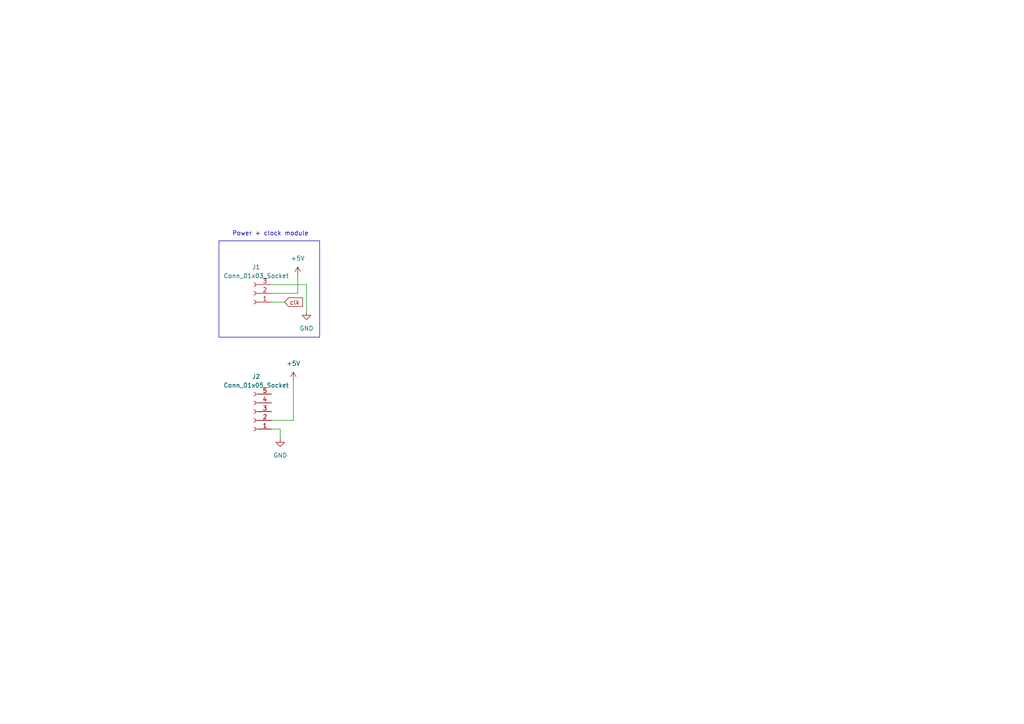
<source format=kicad_sch>
(kicad_sch (version 20230121) (generator eeschema)
  (paper "A4")
  (lib_symbols
    (symbol "Connector:Conn_01x03_Socket" (pin_names (offset 1.016) hide)
      (property "Reference" "J" (at 0 5.08 0))
      (property "Value" "Conn_01x03_Socket" (at 0 -5.08 0))
      (symbol "Conn_01x03_Socket_1_1"
        (arc (start 0 -2.032) (mid -0.5058 -2.54) (end 0 -3.048) (stroke (width 0.1524)))
        (polyline (pts (xy -1.27 -2.54) (xy -0.508 -2.54)) (stroke (width 0.1524)))
        (polyline (pts (xy -1.27 0) (xy -0.508 0)) (stroke (width 0.1524)))
        (polyline (pts (xy -1.27 2.54) (xy -0.508 2.54)) (stroke (width 0.1524)))
        (arc (start 0 0.508) (mid -0.5058 0) (end 0 -0.508) (stroke (width 0.1524)))
        (arc (start 0 3.048) (mid -0.5058 2.54) (end 0 2.032) (stroke (width 0.1524)))
        (pin passive line (at -5.08 2.54 0) (length 3.81) (name "Pin_1") (number "1"))
        (pin passive line (at -5.08 0 0) (length 3.81) (name "Pin_2") (number "2"))
        (pin passive line (at -5.08 -2.54 0) (length 3.81) (name "Pin_3") (number "3"))
      )
    )
    (symbol "Connector:Conn_01x05_Socket" (pin_names (offset 1.016) hide)
      (property "Reference" "J" (at 0 7.62 0))
      (property "Value" "Conn_01x05_Socket" (at 0 -7.62 0))
      (symbol "Conn_01x05_Socket_1_1"
        (arc (start 0 -4.572) (mid -0.5058 -5.08) (end 0 -5.588) (stroke (width 0.1524)))
        (arc (start 0 -2.032) (mid -0.5058 -2.54) (end 0 -3.048) (stroke (width 0.1524)))
        (polyline (pts (xy -1.27 -5.08) (xy -0.508 -5.08)) (stroke (width 0.1524)))
        (polyline (pts (xy -1.27 -2.54) (xy -0.508 -2.54)) (stroke (width 0.1524)))
        (polyline (pts (xy -1.27 0) (xy -0.508 0)) (stroke (width 0.1524)))
        (polyline (pts (xy -1.27 2.54) (xy -0.508 2.54)) (stroke (width 0.1524)))
        (polyline (pts (xy -1.27 5.08) (xy -0.508 5.08)) (stroke (width 0.1524)))
        (arc (start 0 0.508) (mid -0.5058 0) (end 0 -0.508) (stroke (width 0.1524)))
        (arc (start 0 3.048) (mid -0.5058 2.54) (end 0 2.032) (stroke (width 0.1524)))
        (arc (start 0 5.588) (mid -0.5058 5.08) (end 0 4.572) (stroke (width 0.1524)))
        (pin passive line (at -5.08 5.08 0) (length 3.81) (name "Pin_1") (number "1"))
        (pin passive line (at -5.08 2.54 0) (length 3.81) (name "Pin_2") (number "2"))
        (pin passive line (at -5.08 0 0) (length 3.81) (name "Pin_3") (number "3"))
        (pin passive line (at -5.08 -2.54 0) (length 3.81) (name "Pin_4") (number "4"))
        (pin passive line (at -5.08 -5.08 0) (length 3.81) (name "Pin_5") (number "5"))
      )
    )
    (symbol "power:+5V" (power) (pin_names (offset 0))
      (property "Value" "+5V" (at 0 3.556 0))
      (symbol "+5V_0_1"
        (polyline (pts (xy -0.762 1.27) (xy 0 2.54)))
        (polyline (pts (xy 0 0) (xy 0 2.54)))
        (polyline (pts (xy 0 2.54) (xy 0.762 1.27)))
      )
      (symbol "+5V_1_1"
        (pin power_in line (at 0 0 90) (length 0) hide (name "+5V") (number "1"))
      )
    )
    (symbol "power:GND" (power) (pin_names (offset 0))
      (property "Value" "GND" (at 0 -3.81 0))
      (symbol "GND_0_1"
        (polyline (pts (xy 0 0) (xy 0 -1.27) (xy 1.27 -1.27) (xy 0 -2.54) (xy -1.27 -1.27) (xy 0 -1.27)))
      )
      (symbol "GND_1_1"
        (pin power_in line (at 0 0 270) (length 0) hide (name "GND") (number "1"))
      )
    )
  )
  (wire (pts (xy 81.28 124.46) (xy 81.28 127)))
  (wire (pts (xy 85.09 121.92) (xy 85.09 110.49)))
  (wire (pts (xy 78.74 124.46) (xy 81.28 124.46)))
  (wire (pts (xy 78.74 121.92) (xy 85.09 121.92)))
  (wire (pts (xy 88.9 82.55) (xy 88.9 90.17)))
  (wire (pts (xy 78.74 87.63) (xy 82.55 87.63)))
  (wire (pts (xy 78.74 85.09) (xy 86.36 85.09)))
  (wire (pts (xy 86.36 85.09) (xy 86.36 80.01)))
  (wire (pts (xy 78.74 82.55) (xy 88.9 82.55)))
  (rectangle (start 63.5 69.85) (end 92.71 97.79))
  (text "Power + clock module\n" (at 67.31 68.58 0) (effects (font (size 1.27 1.27)) (justify left bottom)))
  (global_label "clk" (shape input) (at 82.55 87.63 0) (property "Intersheetrefs" "${INTERSHEET_REFS}" (effects hide)))
  (symbol (lib_id "power:+5V") (at 85.09 110.49 0) (unit 1)
    (property "Reference" "#PWR04" (effects hide))
    (property "Value" "+5V" (at 85.09 105.41 0))
  )
  (symbol (lib_id "power:GND") (at 81.28 127 0) (unit 1)
    (property "Reference" "#PWR03" (effects hide))
    (property "Value" "GND" (at 81.28 132.08 0))
  )
  (symbol (lib_id "Connector:Conn_01x03_Socket") (at 73.66 85.09 180) (unit 1)
    (property "Reference" "J1" (at 74.295 77.47 0))
    (property "Value" "Conn_01x03_Socket" (at 74.295 80.01 0))
  )
  (symbol (lib_id "Connector:Conn_01x05_Socket") (at 73.66 119.38 180) (unit 1)
    (property "Reference" "J2" (at 74.295 109.22 0))
    (property "Value" "Conn_01x05_Socket" (at 74.295 111.76 0))
  )
  (symbol (lib_id "power:GND") (at 88.9 90.17 0) (unit 1)
    (property "Reference" "#PWR01" (effects hide))
    (property "Value" "GND" (at 88.9 95.25 0))
  )
  (symbol (lib_id "power:+5V") (at 86.36 80.01 0) (unit 1)
    (property "Reference" "#PWR02" (effects hide))
    (property "Value" "+5V" (at 86.36 74.93 0))
  )
)
</source>
